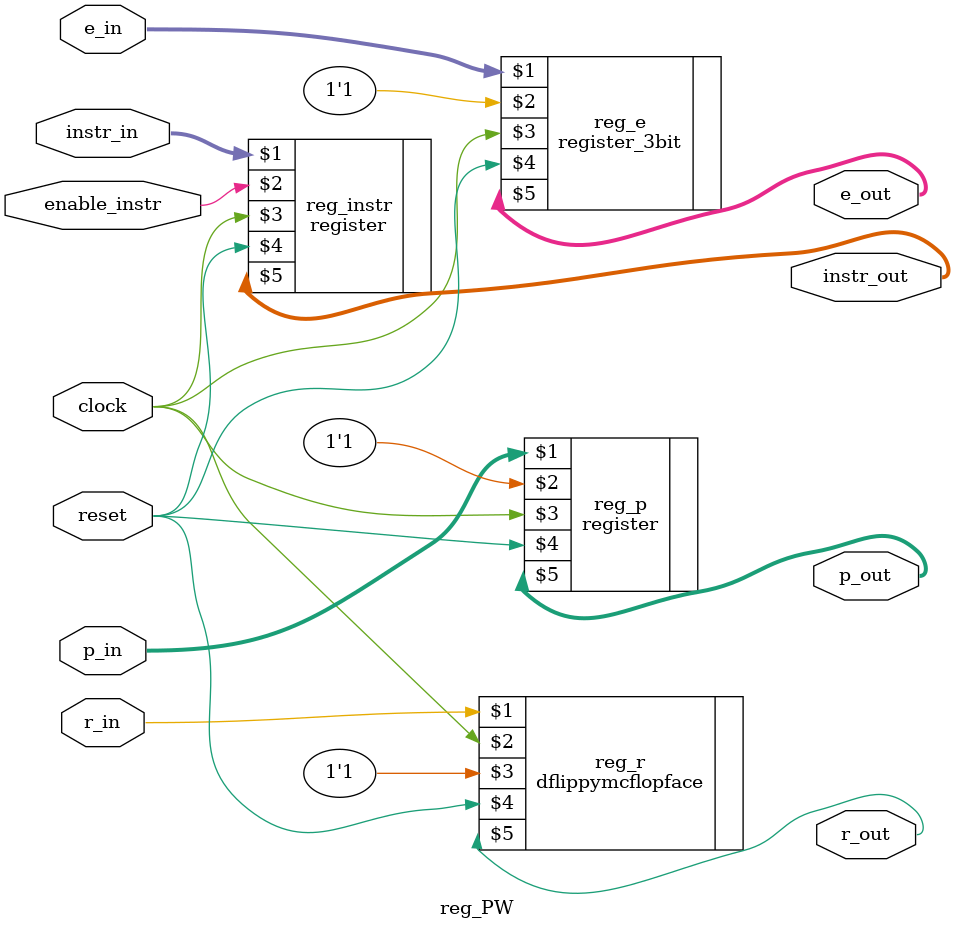
<source format=v>
module reg_PW(instr_in, p_in, r_in, e_in, clock, reset, enable_instr, instr_out, p_out, r_out, e_out);

input [31:0] instr_in, p_in;
input [2:0] e_in;
input r_in, clock, enable_instr, reset;
output [31:0] instr_out, p_out;
output [2:0] e_out;
output r_out;

register reg_instr(instr_in, enable_instr, clock, reset, instr_out);
register reg_p(p_in, 1'b1, clock, reset, p_out);
dflippymcflopface reg_r(r_in, clock, 1'b1, reset, r_out);
register_3bit reg_e(e_in, 1'b1, clock, reset, e_out);

endmodule

</source>
